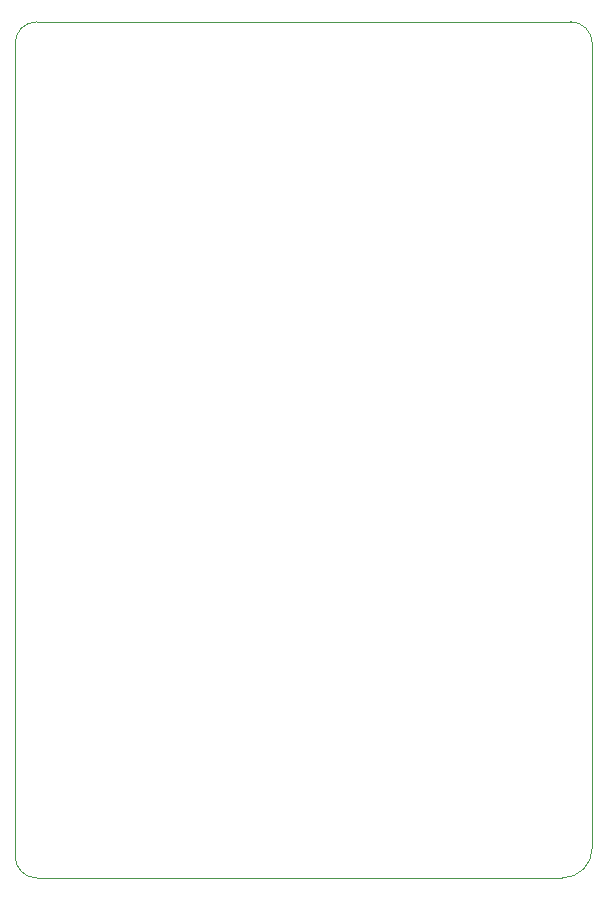
<source format=gm1>
G04 #@! TF.GenerationSoftware,KiCad,Pcbnew,(5.1.6)-1*
G04 #@! TF.CreationDate,2021-10-25T07:34:01+01:00*
G04 #@! TF.ProjectId,Corinthians-Flight-Control-System,436f7269-6e74-4686-9961-6e732d466c69,1*
G04 #@! TF.SameCoordinates,Original*
G04 #@! TF.FileFunction,Profile,NP*
%FSLAX46Y46*%
G04 Gerber Fmt 4.6, Leading zero omitted, Abs format (unit mm)*
G04 Created by KiCad (PCBNEW (5.1.6)-1) date 2021-10-25 07:34:01*
%MOMM*%
%LPD*%
G01*
G04 APERTURE LIST*
G04 #@! TA.AperFunction,Profile*
%ADD10C,0.050000*%
G04 #@! TD*
G04 #@! TA.AperFunction,Profile*
%ADD11C,0.100000*%
G04 #@! TD*
G04 APERTURE END LIST*
D10*
X129844800Y-190500000D02*
G75*
G02*
X127304800Y-193040000I-2540000J0D01*
G01*
X82804000Y-193040000D02*
G75*
G02*
X80975200Y-191211200I0J1828800D01*
G01*
X80975946Y-122429430D02*
G75*
G02*
X82804000Y-120548400I1828054J52230D01*
G01*
X128016000Y-120548400D02*
G75*
G02*
X129844800Y-122377200I0J-1828800D01*
G01*
D11*
X129844800Y-122377200D02*
X129844800Y-190500000D01*
X82804000Y-120548400D02*
X128016000Y-120548400D01*
X80975200Y-191211200D02*
X80975946Y-122429430D01*
X127304800Y-193040000D02*
X82804000Y-193040000D01*
M02*

</source>
